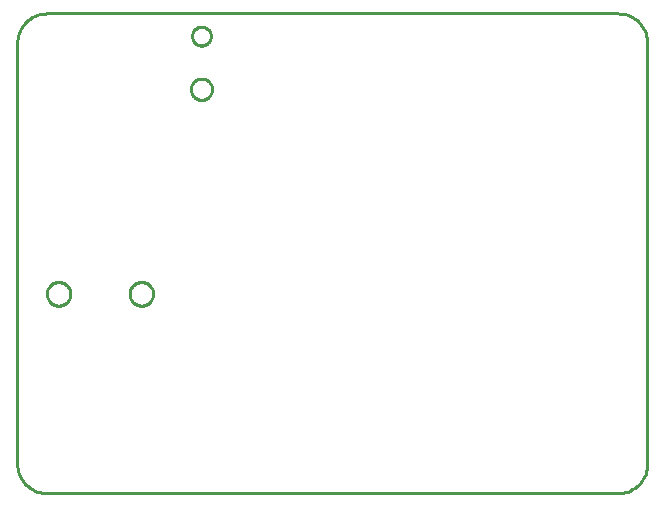
<source format=gbr>
G04 EAGLE Gerber RS-274X export*
G75*
%MOMM*%
%FSLAX34Y34*%
%LPD*%
%IN*%
%IPPOS*%
%AMOC8*
5,1,8,0,0,1.08239X$1,22.5*%
G01*
%ADD10C,0.254000*%


D10*
X0Y25400D02*
X97Y23186D01*
X386Y20989D01*
X865Y18826D01*
X1532Y16713D01*
X2380Y14666D01*
X3403Y12700D01*
X4594Y10831D01*
X5942Y9073D01*
X7440Y7440D01*
X9073Y5942D01*
X10831Y4594D01*
X12700Y3403D01*
X14666Y2380D01*
X16713Y1532D01*
X18826Y865D01*
X20989Y386D01*
X23186Y97D01*
X25400Y0D01*
X508000Y0D01*
X510214Y97D01*
X512411Y386D01*
X514574Y865D01*
X516687Y1532D01*
X518735Y2380D01*
X520700Y3403D01*
X522569Y4594D01*
X524327Y5942D01*
X525961Y7440D01*
X527458Y9073D01*
X528806Y10831D01*
X529997Y12700D01*
X531020Y14666D01*
X531868Y16713D01*
X532535Y18826D01*
X533014Y20989D01*
X533303Y23186D01*
X533400Y25400D01*
X533400Y381000D01*
X533303Y383214D01*
X533014Y385411D01*
X532535Y387574D01*
X531868Y389687D01*
X531020Y391735D01*
X529997Y393700D01*
X528806Y395569D01*
X527458Y397327D01*
X525961Y398961D01*
X524327Y400458D01*
X522569Y401806D01*
X520700Y402997D01*
X518735Y404020D01*
X516687Y404868D01*
X514574Y405535D01*
X512411Y406014D01*
X510214Y406303D01*
X508000Y406400D01*
X25400Y406400D01*
X23186Y406303D01*
X20989Y406014D01*
X18826Y405535D01*
X16713Y404868D01*
X14666Y404020D01*
X12700Y402997D01*
X10831Y401806D01*
X9073Y400458D01*
X7440Y398961D01*
X5942Y397327D01*
X4594Y395569D01*
X3403Y393700D01*
X2380Y391735D01*
X1532Y389687D01*
X865Y387574D01*
X386Y385411D01*
X97Y383214D01*
X0Y381000D01*
X0Y25400D01*
X155497Y379190D02*
X154715Y379267D01*
X153944Y379420D01*
X153192Y379649D01*
X152465Y379949D01*
X151772Y380320D01*
X151119Y380757D01*
X150511Y381255D01*
X149955Y381811D01*
X149457Y382419D01*
X149020Y383072D01*
X148649Y383765D01*
X148349Y384492D01*
X148120Y385244D01*
X147967Y386015D01*
X147890Y386797D01*
X147890Y387583D01*
X147967Y388365D01*
X148120Y389136D01*
X148349Y389888D01*
X148649Y390615D01*
X149020Y391308D01*
X149457Y391961D01*
X149955Y392569D01*
X150511Y393125D01*
X151119Y393623D01*
X151772Y394060D01*
X152465Y394431D01*
X153192Y394731D01*
X153944Y394960D01*
X154715Y395113D01*
X155497Y395190D01*
X156283Y395190D01*
X157065Y395113D01*
X157836Y394960D01*
X158588Y394731D01*
X159315Y394431D01*
X160008Y394060D01*
X160661Y393623D01*
X161269Y393125D01*
X161825Y392569D01*
X162323Y391961D01*
X162760Y391308D01*
X163131Y390615D01*
X163431Y389888D01*
X163660Y389136D01*
X163813Y388365D01*
X163890Y387583D01*
X163890Y386797D01*
X163813Y386015D01*
X163660Y385244D01*
X163431Y384492D01*
X163131Y383765D01*
X162760Y383072D01*
X162323Y382419D01*
X161825Y381811D01*
X161269Y381255D01*
X160661Y380757D01*
X160008Y380320D01*
X159315Y379949D01*
X158588Y379649D01*
X157836Y379420D01*
X157065Y379267D01*
X156283Y379190D01*
X155497Y379190D01*
X155497Y333190D02*
X154714Y333259D01*
X153940Y333395D01*
X153181Y333598D01*
X152443Y333867D01*
X151730Y334199D01*
X151050Y334592D01*
X150406Y335043D01*
X149804Y335548D01*
X149248Y336104D01*
X148743Y336706D01*
X148292Y337350D01*
X147899Y338030D01*
X147567Y338743D01*
X147298Y339481D01*
X147095Y340240D01*
X146959Y341014D01*
X146890Y341797D01*
X146890Y342583D01*
X146959Y343366D01*
X147095Y344140D01*
X147298Y344899D01*
X147567Y345637D01*
X147899Y346350D01*
X148292Y347030D01*
X148743Y347674D01*
X149248Y348276D01*
X149804Y348832D01*
X150406Y349337D01*
X151050Y349788D01*
X151730Y350181D01*
X152443Y350513D01*
X153181Y350782D01*
X153940Y350985D01*
X154714Y351122D01*
X155497Y351190D01*
X156283Y351190D01*
X157066Y351122D01*
X157840Y350985D01*
X158599Y350782D01*
X159337Y350513D01*
X160050Y350181D01*
X160730Y349788D01*
X161374Y349337D01*
X161976Y348832D01*
X162532Y348276D01*
X163037Y347674D01*
X163488Y347030D01*
X163881Y346350D01*
X164213Y345637D01*
X164482Y344899D01*
X164685Y344140D01*
X164822Y343366D01*
X164890Y342583D01*
X164890Y341797D01*
X164822Y341014D01*
X164685Y340240D01*
X164482Y339481D01*
X164213Y338743D01*
X163881Y338030D01*
X163488Y337350D01*
X163037Y336706D01*
X162532Y336104D01*
X161976Y335548D01*
X161374Y335043D01*
X160730Y334592D01*
X160050Y334199D01*
X159337Y333867D01*
X158599Y333598D01*
X157840Y333395D01*
X157066Y333259D01*
X156283Y333190D01*
X155497Y333190D01*
X45000Y168473D02*
X44924Y167604D01*
X44772Y166744D01*
X44546Y165900D01*
X44248Y165080D01*
X43879Y164288D01*
X43442Y163532D01*
X42941Y162817D01*
X42380Y162148D01*
X41762Y161530D01*
X41093Y160969D01*
X40378Y160468D01*
X39622Y160031D01*
X38830Y159662D01*
X38010Y159364D01*
X37166Y159138D01*
X36307Y158986D01*
X35437Y158910D01*
X34563Y158910D01*
X33694Y158986D01*
X32834Y159138D01*
X31990Y159364D01*
X31170Y159662D01*
X30378Y160031D01*
X29622Y160468D01*
X28907Y160969D01*
X28238Y161530D01*
X27620Y162148D01*
X27059Y162817D01*
X26558Y163532D01*
X26121Y164288D01*
X25752Y165080D01*
X25454Y165900D01*
X25228Y166744D01*
X25076Y167604D01*
X25000Y168473D01*
X25000Y169347D01*
X25076Y170217D01*
X25228Y171076D01*
X25454Y171920D01*
X25752Y172740D01*
X26121Y173532D01*
X26558Y174288D01*
X27059Y175003D01*
X27620Y175672D01*
X28238Y176290D01*
X28907Y176851D01*
X29622Y177352D01*
X30378Y177789D01*
X31170Y178158D01*
X31990Y178456D01*
X32834Y178682D01*
X33694Y178834D01*
X34563Y178910D01*
X35437Y178910D01*
X36307Y178834D01*
X37166Y178682D01*
X38010Y178456D01*
X38830Y178158D01*
X39622Y177789D01*
X40378Y177352D01*
X41093Y176851D01*
X41762Y176290D01*
X42380Y175672D01*
X42941Y175003D01*
X43442Y174288D01*
X43879Y173532D01*
X44248Y172740D01*
X44546Y171920D01*
X44772Y171076D01*
X44924Y170217D01*
X45000Y169347D01*
X45000Y168473D01*
X115000Y168473D02*
X114924Y167604D01*
X114772Y166744D01*
X114546Y165900D01*
X114248Y165080D01*
X113879Y164288D01*
X113442Y163532D01*
X112941Y162817D01*
X112380Y162148D01*
X111762Y161530D01*
X111093Y160969D01*
X110378Y160468D01*
X109622Y160031D01*
X108830Y159662D01*
X108010Y159364D01*
X107166Y159138D01*
X106307Y158986D01*
X105437Y158910D01*
X104563Y158910D01*
X103694Y158986D01*
X102834Y159138D01*
X101990Y159364D01*
X101170Y159662D01*
X100378Y160031D01*
X99622Y160468D01*
X98907Y160969D01*
X98238Y161530D01*
X97620Y162148D01*
X97059Y162817D01*
X96558Y163532D01*
X96121Y164288D01*
X95752Y165080D01*
X95454Y165900D01*
X95228Y166744D01*
X95076Y167604D01*
X95000Y168473D01*
X95000Y169347D01*
X95076Y170217D01*
X95228Y171076D01*
X95454Y171920D01*
X95752Y172740D01*
X96121Y173532D01*
X96558Y174288D01*
X97059Y175003D01*
X97620Y175672D01*
X98238Y176290D01*
X98907Y176851D01*
X99622Y177352D01*
X100378Y177789D01*
X101170Y178158D01*
X101990Y178456D01*
X102834Y178682D01*
X103694Y178834D01*
X104563Y178910D01*
X105437Y178910D01*
X106307Y178834D01*
X107166Y178682D01*
X108010Y178456D01*
X108830Y178158D01*
X109622Y177789D01*
X110378Y177352D01*
X111093Y176851D01*
X111762Y176290D01*
X112380Y175672D01*
X112941Y175003D01*
X113442Y174288D01*
X113879Y173532D01*
X114248Y172740D01*
X114546Y171920D01*
X114772Y171076D01*
X114924Y170217D01*
X115000Y169347D01*
X115000Y168473D01*
M02*

</source>
